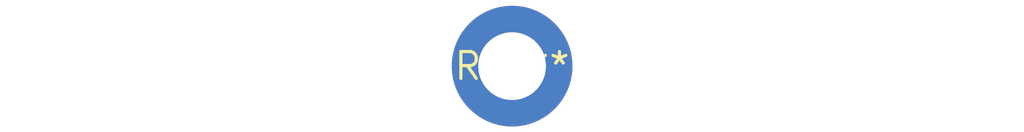
<source format=kicad_pcb>
(kicad_pcb (version 20240108) (generator pcbnew)
  (layers (0 "F.Cu" signal) (31 "B.Cu" signal) (34 "B.Paste" user) (35 "F.Paste" user) (36 "B.SilkS" user "B.Silkscreen") (37 "F.SilkS" user "F.Silkscreen") (38 "B.Mask" user) (39 "F.Mask" user) (44 "Edge.Cuts" user))
  (net 0 "")
  (footprint "MountingHole_3.2mm_M3_ISO7380_Pad_TopBottom" (layer "F.Cu") (at 0 0)
    (property "Reference" "REF**")
    (property "Value" "MountingHole_3.2mm_M3_ISO7380_Pad_TopBottom")
    (pad "1" thru_hole circle (at 0 0) (size 3.6 3.6) (drill 3.2) (layers *.Cu *.Mask) (remove_unused_layers))
    (pad "1" connect circle (at 0 0) (size 5.7 5.7) (layers "F.Cu" "F.Mask"))
    (pad "1" connect circle (at 0 0) (size 5.7 5.7) (layers "B.Cu" "B.Mask"))
  )
)
</source>
